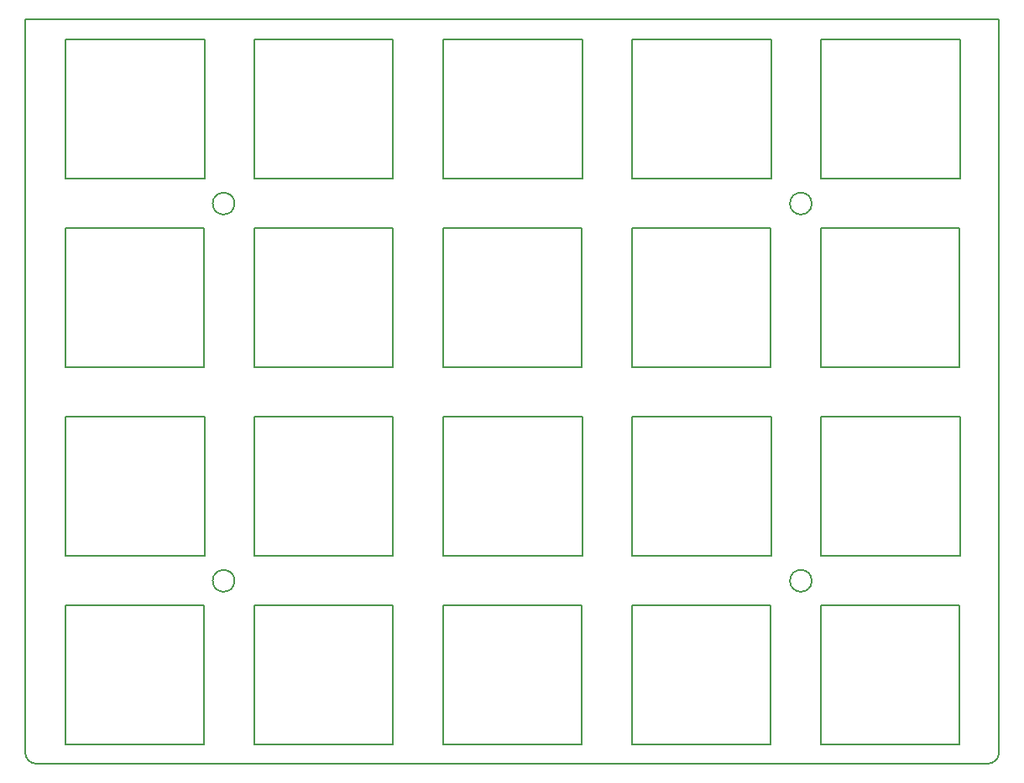
<source format=gbr>
G04 #@! TF.GenerationSoftware,KiCad,Pcbnew,(5.1.6-0-10_14)*
G04 #@! TF.CreationDate,2022-09-03T11:11:12+09:00*
G04 #@! TF.ProjectId,cool640,636f6f6c-3634-4302-9e6b-696361645f70,rev?*
G04 #@! TF.SameCoordinates,Original*
G04 #@! TF.FileFunction,Profile,NP*
%FSLAX46Y46*%
G04 Gerber Fmt 4.6, Leading zero omitted, Abs format (unit mm)*
G04 Created by KiCad (PCBNEW (5.1.6-0-10_14)) date 2022-09-03 11:11:12*
%MOMM*%
%LPD*%
G01*
G04 APERTURE LIST*
G04 #@! TA.AperFunction,Profile*
%ADD10C,0.150000*%
G04 #@! TD*
G04 APERTURE END LIST*
D10*
X201890000Y4670000D02*
X187890000Y4670000D01*
X201890000Y-9330000D02*
X201890000Y4670000D01*
X187880000Y-14390000D02*
X187880000Y-28390000D01*
X187890000Y-33430000D02*
X187890000Y-47430000D01*
X168830000Y-66490000D02*
X182830000Y-66490000D01*
X182840000Y-47430000D02*
X182840000Y-33430000D01*
X182830000Y-66490000D02*
X182830000Y-52490000D01*
X168830000Y-28390000D02*
X182830000Y-28390000D01*
X168840000Y4670000D02*
X168840000Y-9330000D01*
X182830000Y-14390000D02*
X168830000Y-14390000D01*
X182830000Y-28390000D02*
X182830000Y-14390000D01*
X144740000Y-33430000D02*
X130740000Y-33430000D01*
X149770000Y-52490000D02*
X149770000Y-66490000D01*
X168840000Y-47430000D02*
X182840000Y-47430000D01*
X168830000Y-52490000D02*
X168830000Y-66490000D01*
X187880000Y-52490000D02*
X187880000Y-66490000D01*
X130740000Y-33430000D02*
X130740000Y-47430000D01*
X130740000Y-47430000D02*
X144740000Y-47430000D01*
X147770000Y-11880000D02*
G75*
G03*
X147770000Y-11880000I-1100000J0D01*
G01*
X168840000Y-9330000D02*
X182840000Y-9330000D01*
X187890000Y-47430000D02*
X201890000Y-47430000D01*
X206930000Y-52490000D02*
X206930000Y-66490000D01*
X206940000Y-9330000D02*
X220940000Y-9330000D01*
X127770000Y-68440000D02*
G75*
G02*
X126650000Y-67320000I0J1120000D01*
G01*
X224890000Y-67320000D02*
G75*
G02*
X223770000Y-68440000I-1120000J0D01*
G01*
X187890000Y-9330000D02*
X201890000Y-9330000D01*
X168840000Y-33430000D02*
X168840000Y-47430000D01*
X182840000Y4670000D02*
X168840000Y4670000D01*
X201880000Y-28390000D02*
X201880000Y-14390000D01*
X182830000Y-52490000D02*
X168830000Y-52490000D01*
X163780000Y-33430000D02*
X149780000Y-33430000D01*
X149770000Y-14390000D02*
X149770000Y-28390000D01*
X149780000Y-33430000D02*
X149780000Y-47430000D01*
X149780000Y-47430000D02*
X163780000Y-47430000D01*
X130730000Y-14390000D02*
X130730000Y-28390000D01*
X149780000Y-9330000D02*
X163780000Y-9330000D01*
X187880000Y-66490000D02*
X201880000Y-66490000D01*
X201890000Y-47430000D02*
X201890000Y-33430000D01*
X182840000Y-9330000D02*
X182840000Y4670000D01*
X206930000Y-14390000D02*
X206930000Y-28390000D01*
X206940000Y-33430000D02*
X206940000Y-47430000D01*
X220930000Y-52490000D02*
X206930000Y-52490000D01*
X206940000Y-47430000D02*
X220940000Y-47430000D01*
X144730000Y-66490000D02*
X144730000Y-52490000D01*
X144730000Y-52490000D02*
X130730000Y-52490000D01*
X163770000Y-52490000D02*
X149770000Y-52490000D01*
X163780000Y4670000D02*
X149780000Y4670000D01*
X163780000Y-9330000D02*
X163780000Y4670000D01*
X149770000Y-66490000D02*
X163770000Y-66490000D01*
X220940000Y-33430000D02*
X206940000Y-33430000D01*
X220930000Y-28390000D02*
X220930000Y-14390000D01*
X182840000Y-33430000D02*
X168840000Y-33430000D01*
X144740000Y-9330000D02*
X144740000Y4670000D01*
X130730000Y-66490000D02*
X144730000Y-66490000D01*
X144740000Y-47430000D02*
X144740000Y-33430000D01*
X220930000Y-14390000D02*
X206930000Y-14390000D01*
X220940000Y4670000D02*
X206940000Y4670000D01*
X220940000Y-9330000D02*
X220940000Y4670000D01*
X127770000Y-68440000D02*
X223770000Y-68440000D01*
X126650000Y6740000D02*
X126650000Y-67320000D01*
X224890000Y-67320000D02*
X224890000Y6740000D01*
X130740000Y4670000D02*
X130740000Y-9330000D01*
X206930000Y-28390000D02*
X220930000Y-28390000D01*
X206940000Y4670000D02*
X206940000Y-9330000D01*
X168830000Y-14390000D02*
X168830000Y-28390000D01*
X201880000Y-66490000D02*
X201880000Y-52490000D01*
X187880000Y-28390000D02*
X201880000Y-28390000D01*
X187890000Y4670000D02*
X187890000Y-9330000D01*
X201880000Y-14390000D02*
X187880000Y-14390000D01*
X224890000Y6740000D02*
X126650000Y6740000D01*
X147770000Y-49980000D02*
G75*
G03*
X147770000Y-49980000I-1100000J0D01*
G01*
X144740000Y4670000D02*
X130740000Y4670000D01*
X206000000Y-49980000D02*
G75*
G03*
X206000000Y-49980000I-1100000J0D01*
G01*
X130730000Y-52490000D02*
X130730000Y-66490000D01*
X130740000Y-9330000D02*
X144740000Y-9330000D01*
X144730000Y-14390000D02*
X130730000Y-14390000D01*
X144730000Y-28390000D02*
X144730000Y-14390000D01*
X130730000Y-28390000D02*
X144730000Y-28390000D01*
X201890000Y-33430000D02*
X187890000Y-33430000D01*
X206930000Y-66490000D02*
X220930000Y-66490000D01*
X220940000Y-47430000D02*
X220940000Y-33430000D01*
X220930000Y-66490000D02*
X220930000Y-52490000D01*
X201880000Y-52490000D02*
X187880000Y-52490000D01*
X206000000Y-11880000D02*
G75*
G03*
X206000000Y-11880000I-1100000J0D01*
G01*
X163780000Y-47430000D02*
X163780000Y-33430000D01*
X163770000Y-66490000D02*
X163770000Y-52490000D01*
X149770000Y-28390000D02*
X163770000Y-28390000D01*
X149780000Y4670000D02*
X149780000Y-9330000D01*
X163770000Y-14390000D02*
X149770000Y-14390000D01*
X163770000Y-28390000D02*
X163770000Y-14390000D01*
M02*

</source>
